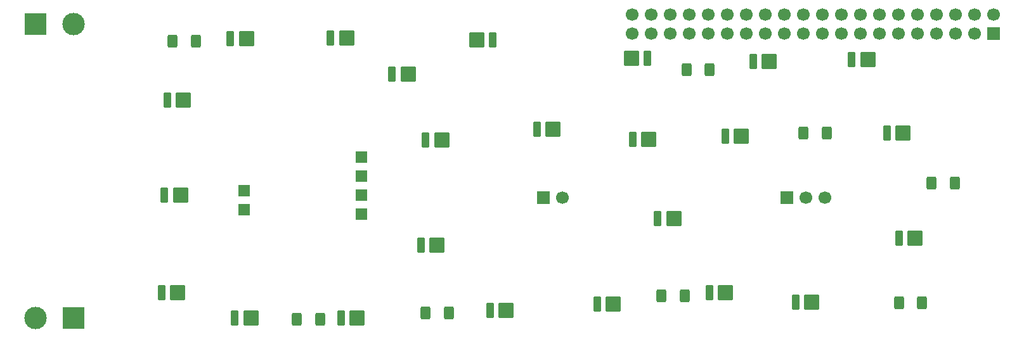
<source format=gbr>
%TF.GenerationSoftware,KiCad,Pcbnew,9.0.2*%
%TF.CreationDate,2025-06-30T21:03:27+02:00*%
%TF.ProjectId,evac,65766163-2e6b-4696-9361-645f70636258,rev?*%
%TF.SameCoordinates,Original*%
%TF.FileFunction,Soldermask,Top*%
%TF.FilePolarity,Negative*%
%FSLAX46Y46*%
G04 Gerber Fmt 4.6, Leading zero omitted, Abs format (unit mm)*
G04 Created by KiCad (PCBNEW 9.0.2) date 2025-06-30 21:03:27*
%MOMM*%
%LPD*%
G01*
G04 APERTURE LIST*
G04 Aperture macros list*
%AMRoundRect*
0 Rectangle with rounded corners*
0 $1 Rounding radius*
0 $2 $3 $4 $5 $6 $7 $8 $9 X,Y pos of 4 corners*
0 Add a 4 corners polygon primitive as box body*
4,1,4,$2,$3,$4,$5,$6,$7,$8,$9,$2,$3,0*
0 Add four circle primitives for the rounded corners*
1,1,$1+$1,$2,$3*
1,1,$1+$1,$4,$5*
1,1,$1+$1,$6,$7*
1,1,$1+$1,$8,$9*
0 Add four rect primitives between the rounded corners*
20,1,$1+$1,$2,$3,$4,$5,0*
20,1,$1+$1,$4,$5,$6,$7,0*
20,1,$1+$1,$6,$7,$8,$9,0*
20,1,$1+$1,$8,$9,$2,$3,0*%
G04 Aperture macros list end*
%ADD10R,3.000000X3.000000*%
%ADD11C,3.000000*%
%ADD12R,1.700000X1.700000*%
%ADD13C,1.700000*%
%ADD14RoundRect,0.165000X-0.385000X-0.885000X0.385000X-0.885000X0.385000X0.885000X-0.385000X0.885000X0*%
%ADD15RoundRect,0.315000X-0.735000X-0.735000X0.735000X-0.735000X0.735000X0.735000X-0.735000X0.735000X0*%
%ADD16RoundRect,0.165000X0.385000X0.885000X-0.385000X0.885000X-0.385000X-0.885000X0.385000X-0.885000X0*%
%ADD17RoundRect,0.315000X0.735000X0.735000X-0.735000X0.735000X-0.735000X-0.735000X0.735000X-0.735000X0*%
%ADD18RoundRect,0.250000X-0.400000X-0.625000X0.400000X-0.625000X0.400000X0.625000X-0.400000X0.625000X0*%
%ADD19R,1.500000X1.500000*%
G04 APERTURE END LIST*
D10*
%TO.C,J7*%
X91915000Y-121825000D03*
D11*
X86835000Y-121825000D03*
%TD*%
D12*
%TO.C,J4*%
X187110000Y-105750000D03*
D13*
X189650000Y-105750000D03*
X192190000Y-105750000D03*
%TD*%
D12*
%TO.C,J3*%
X214725000Y-83825000D03*
D13*
X214725000Y-81285000D03*
X212185000Y-83825000D03*
X212185000Y-81285000D03*
X209645000Y-83825000D03*
X209645000Y-81285000D03*
X207105000Y-83825000D03*
X207105000Y-81285000D03*
X204565000Y-83825000D03*
X204565000Y-81285000D03*
X202025000Y-83825000D03*
X202025000Y-81285000D03*
X199485000Y-83825000D03*
X199485000Y-81285000D03*
X196945000Y-83825000D03*
X196945000Y-81285000D03*
X194405000Y-83825000D03*
X194405000Y-81285000D03*
X191865000Y-83825000D03*
X191865000Y-81285000D03*
X189325000Y-83825000D03*
X189325000Y-81285000D03*
X186785000Y-83825000D03*
X186785000Y-81285000D03*
X184245000Y-83825000D03*
X184245000Y-81285000D03*
X181705000Y-83825000D03*
X181705000Y-81285000D03*
X179165000Y-83825000D03*
X179165000Y-81285000D03*
X176625000Y-83825000D03*
X176625000Y-81285000D03*
X174085000Y-83825000D03*
X174085000Y-81285000D03*
X171545000Y-83825000D03*
X171545000Y-81285000D03*
X169005000Y-83825000D03*
X169005000Y-81285000D03*
X166465000Y-83825000D03*
X166465000Y-81285000D03*
%TD*%
D14*
%TO.C,D2*%
X112820000Y-84500000D03*
D15*
X114970000Y-84500000D03*
%TD*%
D16*
%TO.C,D5*%
X147875000Y-84675000D03*
D17*
X145725000Y-84675000D03*
%TD*%
D18*
%TO.C,R1*%
X105100000Y-84900000D03*
X108200000Y-84900000D03*
%TD*%
%TO.C,R8*%
X138900000Y-121200000D03*
X142000000Y-121200000D03*
%TD*%
D14*
%TO.C,D20*%
X188285000Y-119725000D03*
D15*
X190435000Y-119725000D03*
%TD*%
D14*
%TO.C,D3*%
X126185000Y-84400000D03*
D15*
X128335000Y-84400000D03*
%TD*%
D18*
%TO.C,R3*%
X189333400Y-97100000D03*
X192433400Y-97100000D03*
%TD*%
D14*
%TO.C,D7*%
X138885000Y-98100000D03*
D15*
X141035000Y-98100000D03*
%TD*%
D14*
%TO.C,D18*%
X169885000Y-108600000D03*
D15*
X172035000Y-108600000D03*
%TD*%
D14*
%TO.C,D15*%
X127620000Y-121900000D03*
D15*
X129770000Y-121900000D03*
%TD*%
D14*
%TO.C,D23*%
X103620000Y-118500000D03*
D15*
X105770000Y-118500000D03*
%TD*%
D19*
%TO.C,KR1*%
X130350000Y-100350000D03*
X130350000Y-102890000D03*
X130350000Y-105430000D03*
X130350000Y-107970000D03*
X114650000Y-104850000D03*
X114650000Y-107390000D03*
%TD*%
D14*
%TO.C,D12*%
X200520000Y-97100000D03*
D15*
X202670000Y-97100000D03*
%TD*%
D18*
%TO.C,R4*%
X202100000Y-119800000D03*
X205200000Y-119800000D03*
%TD*%
D14*
%TO.C,D24*%
X147485000Y-120800000D03*
D15*
X149635000Y-120800000D03*
%TD*%
D14*
%TO.C,D13*%
X104020000Y-105400000D03*
D15*
X106170000Y-105400000D03*
%TD*%
D12*
%TO.C,J2*%
X154625000Y-105800000D03*
D13*
X157165000Y-105800000D03*
%TD*%
D14*
%TO.C,D8*%
X166520000Y-98000000D03*
D15*
X168670000Y-98000000D03*
%TD*%
D14*
%TO.C,D21*%
X202120000Y-111200000D03*
D15*
X204270000Y-111200000D03*
%TD*%
D14*
%TO.C,D4*%
X134420000Y-89300000D03*
D15*
X136570000Y-89300000D03*
%TD*%
D14*
%TO.C,D19*%
X176785000Y-118500000D03*
D15*
X178935000Y-118500000D03*
%TD*%
D14*
%TO.C,D22*%
X153748800Y-96600000D03*
D15*
X155898800Y-96600000D03*
%TD*%
D14*
%TO.C,D17*%
X161785000Y-120000000D03*
D15*
X163935000Y-120000000D03*
%TD*%
D14*
%TO.C,D16*%
X138285000Y-112100000D03*
D15*
X140435000Y-112100000D03*
%TD*%
D16*
%TO.C,D6*%
X168525000Y-87150000D03*
D17*
X166375000Y-87150000D03*
%TD*%
D14*
%TO.C,D14*%
X113420000Y-121900000D03*
D15*
X115570000Y-121900000D03*
%TD*%
D14*
%TO.C,D11*%
X195810000Y-87350000D03*
D15*
X197960000Y-87350000D03*
%TD*%
D14*
%TO.C,D10*%
X182635000Y-87550000D03*
D15*
X184785000Y-87550000D03*
%TD*%
D18*
%TO.C,R6*%
X170400000Y-118900000D03*
X173500000Y-118900000D03*
%TD*%
%TO.C,R5*%
X121700000Y-122000000D03*
X124800000Y-122000000D03*
%TD*%
%TO.C,R7*%
X206450000Y-103800000D03*
X209550000Y-103800000D03*
%TD*%
D14*
%TO.C,D9*%
X178885000Y-97600000D03*
D15*
X181035000Y-97600000D03*
%TD*%
D18*
%TO.C,R2*%
X173725000Y-88700000D03*
X176825000Y-88700000D03*
%TD*%
D14*
%TO.C,D1*%
X104385000Y-92700000D03*
D15*
X106535000Y-92700000D03*
%TD*%
D10*
%TO.C,J1*%
X86820000Y-82600000D03*
D11*
X91900000Y-82600000D03*
%TD*%
M02*

</source>
